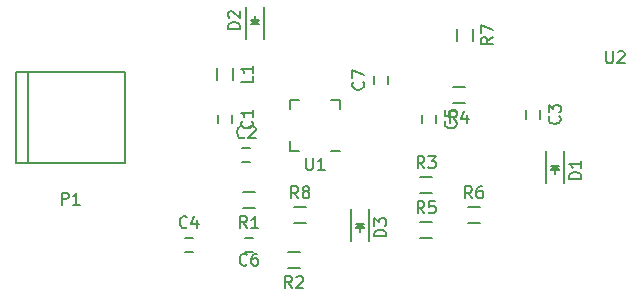
<source format=gto>
G04 #@! TF.FileFunction,Legend,Top*
%FSLAX46Y46*%
G04 Gerber Fmt 4.6, Leading zero omitted, Abs format (unit mm)*
G04 Created by KiCad (PCBNEW 4.0.0-rc1-stable) date 11/29/2015 8:31:11 PM*
%MOMM*%
G01*
G04 APERTURE LIST*
%ADD10C,0.100000*%
%ADD11C,0.150000*%
G04 APERTURE END LIST*
D10*
D11*
X145380000Y-100730000D02*
X145380000Y-101430000D01*
X144180000Y-101430000D02*
X144180000Y-100730000D01*
X146220000Y-103540000D02*
X146920000Y-103540000D01*
X146920000Y-104740000D02*
X146220000Y-104740000D01*
X171426428Y-100335000D02*
X171426428Y-101035000D01*
X170226428Y-101035000D02*
X170226428Y-100335000D01*
X141370000Y-111160000D02*
X142070000Y-111160000D01*
X142070000Y-112360000D02*
X141370000Y-112360000D01*
X162640000Y-100730000D02*
X162640000Y-101430000D01*
X161440000Y-101430000D02*
X161440000Y-100730000D01*
X147150000Y-112360000D02*
X146450000Y-112360000D01*
X146450000Y-111160000D02*
X147150000Y-111160000D01*
X157400000Y-98140000D02*
X157400000Y-97440000D01*
X158600000Y-97440000D02*
X158600000Y-98140000D01*
X171970000Y-103810000D02*
X171970000Y-106510000D01*
X173470000Y-103810000D02*
X173470000Y-106510000D01*
X172570000Y-105310000D02*
X172820000Y-105310000D01*
X172820000Y-105310000D02*
X172670000Y-105160000D01*
X173070000Y-105060000D02*
X172370000Y-105060000D01*
X172720000Y-105410000D02*
X172720000Y-105760000D01*
X172720000Y-105060000D02*
X173070000Y-105410000D01*
X173070000Y-105410000D02*
X172370000Y-105410000D01*
X172370000Y-105410000D02*
X172720000Y-105060000D01*
X148070000Y-94310000D02*
X148070000Y-91610000D01*
X146570000Y-94310000D02*
X146570000Y-91610000D01*
X147470000Y-92810000D02*
X147220000Y-92810000D01*
X147220000Y-92810000D02*
X147370000Y-92960000D01*
X146970000Y-93060000D02*
X147670000Y-93060000D01*
X147320000Y-92710000D02*
X147320000Y-92360000D01*
X147320000Y-93060000D02*
X146970000Y-92710000D01*
X146970000Y-92710000D02*
X147670000Y-92710000D01*
X147670000Y-92710000D02*
X147320000Y-93060000D01*
X155460000Y-108669020D02*
X155460000Y-111369020D01*
X156960000Y-108669020D02*
X156960000Y-111369020D01*
X156060000Y-110169020D02*
X156310000Y-110169020D01*
X156310000Y-110169020D02*
X156160000Y-110019020D01*
X156560000Y-109919020D02*
X155860000Y-109919020D01*
X156210000Y-110269020D02*
X156210000Y-110619020D01*
X156210000Y-109919020D02*
X156560000Y-110269020D01*
X156560000Y-110269020D02*
X155860000Y-110269020D01*
X155860000Y-110269020D02*
X156210000Y-109919020D01*
X144105000Y-97770000D02*
X144105000Y-96770000D01*
X145455000Y-96770000D02*
X145455000Y-97770000D01*
X128089660Y-97119440D02*
X128089660Y-104820720D01*
X127088900Y-97119440D02*
X127088900Y-104820720D01*
X127088900Y-104820720D02*
X136288780Y-104820720D01*
X136288780Y-104820720D02*
X136288780Y-97119440D01*
X136288780Y-97119440D02*
X127088900Y-97119440D01*
X146300000Y-107275000D02*
X147300000Y-107275000D01*
X147300000Y-108625000D02*
X146300000Y-108625000D01*
X150110000Y-112355000D02*
X151110000Y-112355000D01*
X151110000Y-113705000D02*
X150110000Y-113705000D01*
X162310000Y-107355000D02*
X161310000Y-107355000D01*
X161310000Y-106005000D02*
X162310000Y-106005000D01*
X164080000Y-98385000D02*
X165080000Y-98385000D01*
X165080000Y-99735000D02*
X164080000Y-99735000D01*
X162310000Y-111165000D02*
X161310000Y-111165000D01*
X161310000Y-109815000D02*
X162310000Y-109815000D01*
X166350000Y-109895000D02*
X165350000Y-109895000D01*
X165350000Y-108545000D02*
X166350000Y-108545000D01*
X164425000Y-94480000D02*
X164425000Y-93480000D01*
X165775000Y-93480000D02*
X165775000Y-94480000D01*
X151630000Y-109895000D02*
X150630000Y-109895000D01*
X150630000Y-108545000D02*
X151630000Y-108545000D01*
X150250000Y-103750000D02*
X150250000Y-102975000D01*
X154550000Y-99450000D02*
X154550000Y-100225000D01*
X150250000Y-99450000D02*
X150250000Y-100225000D01*
X154550000Y-103750000D02*
X153775000Y-103750000D01*
X154550000Y-99450000D02*
X153775000Y-99450000D01*
X150250000Y-99450000D02*
X151025000Y-99450000D01*
X150250000Y-103750000D02*
X151025000Y-103750000D01*
X147037143Y-101246666D02*
X147084762Y-101294285D01*
X147132381Y-101437142D01*
X147132381Y-101532380D01*
X147084762Y-101675238D01*
X146989524Y-101770476D01*
X146894286Y-101818095D01*
X146703810Y-101865714D01*
X146560952Y-101865714D01*
X146370476Y-101818095D01*
X146275238Y-101770476D01*
X146180000Y-101675238D01*
X146132381Y-101532380D01*
X146132381Y-101437142D01*
X146180000Y-101294285D01*
X146227619Y-101246666D01*
X147132381Y-100294285D02*
X147132381Y-100865714D01*
X147132381Y-100580000D02*
X146132381Y-100580000D01*
X146275238Y-100675238D01*
X146370476Y-100770476D01*
X146418095Y-100865714D01*
X146403334Y-102597143D02*
X146355715Y-102644762D01*
X146212858Y-102692381D01*
X146117620Y-102692381D01*
X145974762Y-102644762D01*
X145879524Y-102549524D01*
X145831905Y-102454286D01*
X145784286Y-102263810D01*
X145784286Y-102120952D01*
X145831905Y-101930476D01*
X145879524Y-101835238D01*
X145974762Y-101740000D01*
X146117620Y-101692381D01*
X146212858Y-101692381D01*
X146355715Y-101740000D01*
X146403334Y-101787619D01*
X146784286Y-101787619D02*
X146831905Y-101740000D01*
X146927143Y-101692381D01*
X147165239Y-101692381D01*
X147260477Y-101740000D01*
X147308096Y-101787619D01*
X147355715Y-101882857D01*
X147355715Y-101978095D01*
X147308096Y-102120952D01*
X146736667Y-102692381D01*
X147355715Y-102692381D01*
X173083571Y-100851666D02*
X173131190Y-100899285D01*
X173178809Y-101042142D01*
X173178809Y-101137380D01*
X173131190Y-101280238D01*
X173035952Y-101375476D01*
X172940714Y-101423095D01*
X172750238Y-101470714D01*
X172607380Y-101470714D01*
X172416904Y-101423095D01*
X172321666Y-101375476D01*
X172226428Y-101280238D01*
X172178809Y-101137380D01*
X172178809Y-101042142D01*
X172226428Y-100899285D01*
X172274047Y-100851666D01*
X172178809Y-100518333D02*
X172178809Y-99899285D01*
X172559761Y-100232619D01*
X172559761Y-100089761D01*
X172607380Y-99994523D01*
X172654999Y-99946904D01*
X172750238Y-99899285D01*
X172988333Y-99899285D01*
X173083571Y-99946904D01*
X173131190Y-99994523D01*
X173178809Y-100089761D01*
X173178809Y-100375476D01*
X173131190Y-100470714D01*
X173083571Y-100518333D01*
X141553334Y-110217143D02*
X141505715Y-110264762D01*
X141362858Y-110312381D01*
X141267620Y-110312381D01*
X141124762Y-110264762D01*
X141029524Y-110169524D01*
X140981905Y-110074286D01*
X140934286Y-109883810D01*
X140934286Y-109740952D01*
X140981905Y-109550476D01*
X141029524Y-109455238D01*
X141124762Y-109360000D01*
X141267620Y-109312381D01*
X141362858Y-109312381D01*
X141505715Y-109360000D01*
X141553334Y-109407619D01*
X142410477Y-109645714D02*
X142410477Y-110312381D01*
X142172381Y-109264762D02*
X141934286Y-109979048D01*
X142553334Y-109979048D01*
X164297143Y-101246666D02*
X164344762Y-101294285D01*
X164392381Y-101437142D01*
X164392381Y-101532380D01*
X164344762Y-101675238D01*
X164249524Y-101770476D01*
X164154286Y-101818095D01*
X163963810Y-101865714D01*
X163820952Y-101865714D01*
X163630476Y-101818095D01*
X163535238Y-101770476D01*
X163440000Y-101675238D01*
X163392381Y-101532380D01*
X163392381Y-101437142D01*
X163440000Y-101294285D01*
X163487619Y-101246666D01*
X163392381Y-100341904D02*
X163392381Y-100818095D01*
X163868571Y-100865714D01*
X163820952Y-100818095D01*
X163773333Y-100722857D01*
X163773333Y-100484761D01*
X163820952Y-100389523D01*
X163868571Y-100341904D01*
X163963810Y-100294285D01*
X164201905Y-100294285D01*
X164297143Y-100341904D01*
X164344762Y-100389523D01*
X164392381Y-100484761D01*
X164392381Y-100722857D01*
X164344762Y-100818095D01*
X164297143Y-100865714D01*
X146633334Y-113387143D02*
X146585715Y-113434762D01*
X146442858Y-113482381D01*
X146347620Y-113482381D01*
X146204762Y-113434762D01*
X146109524Y-113339524D01*
X146061905Y-113244286D01*
X146014286Y-113053810D01*
X146014286Y-112910952D01*
X146061905Y-112720476D01*
X146109524Y-112625238D01*
X146204762Y-112530000D01*
X146347620Y-112482381D01*
X146442858Y-112482381D01*
X146585715Y-112530000D01*
X146633334Y-112577619D01*
X147490477Y-112482381D02*
X147300000Y-112482381D01*
X147204762Y-112530000D01*
X147157143Y-112577619D01*
X147061905Y-112720476D01*
X147014286Y-112910952D01*
X147014286Y-113291905D01*
X147061905Y-113387143D01*
X147109524Y-113434762D01*
X147204762Y-113482381D01*
X147395239Y-113482381D01*
X147490477Y-113434762D01*
X147538096Y-113387143D01*
X147585715Y-113291905D01*
X147585715Y-113053810D01*
X147538096Y-112958571D01*
X147490477Y-112910952D01*
X147395239Y-112863333D01*
X147204762Y-112863333D01*
X147109524Y-112910952D01*
X147061905Y-112958571D01*
X147014286Y-113053810D01*
X156457143Y-97956666D02*
X156504762Y-98004285D01*
X156552381Y-98147142D01*
X156552381Y-98242380D01*
X156504762Y-98385238D01*
X156409524Y-98480476D01*
X156314286Y-98528095D01*
X156123810Y-98575714D01*
X155980952Y-98575714D01*
X155790476Y-98528095D01*
X155695238Y-98480476D01*
X155600000Y-98385238D01*
X155552381Y-98242380D01*
X155552381Y-98147142D01*
X155600000Y-98004285D01*
X155647619Y-97956666D01*
X155552381Y-97623333D02*
X155552381Y-96956666D01*
X156552381Y-97385238D01*
X174922381Y-106148095D02*
X173922381Y-106148095D01*
X173922381Y-105910000D01*
X173970000Y-105767142D01*
X174065238Y-105671904D01*
X174160476Y-105624285D01*
X174350952Y-105576666D01*
X174493810Y-105576666D01*
X174684286Y-105624285D01*
X174779524Y-105671904D01*
X174874762Y-105767142D01*
X174922381Y-105910000D01*
X174922381Y-106148095D01*
X174922381Y-104624285D02*
X174922381Y-105195714D01*
X174922381Y-104910000D02*
X173922381Y-104910000D01*
X174065238Y-105005238D01*
X174160476Y-105100476D01*
X174208095Y-105195714D01*
X146022381Y-93448095D02*
X145022381Y-93448095D01*
X145022381Y-93210000D01*
X145070000Y-93067142D01*
X145165238Y-92971904D01*
X145260476Y-92924285D01*
X145450952Y-92876666D01*
X145593810Y-92876666D01*
X145784286Y-92924285D01*
X145879524Y-92971904D01*
X145974762Y-93067142D01*
X146022381Y-93210000D01*
X146022381Y-93448095D01*
X145117619Y-92495714D02*
X145070000Y-92448095D01*
X145022381Y-92352857D01*
X145022381Y-92114761D01*
X145070000Y-92019523D01*
X145117619Y-91971904D01*
X145212857Y-91924285D01*
X145308095Y-91924285D01*
X145450952Y-91971904D01*
X146022381Y-92543333D01*
X146022381Y-91924285D01*
X158412381Y-111007115D02*
X157412381Y-111007115D01*
X157412381Y-110769020D01*
X157460000Y-110626162D01*
X157555238Y-110530924D01*
X157650476Y-110483305D01*
X157840952Y-110435686D01*
X157983810Y-110435686D01*
X158174286Y-110483305D01*
X158269524Y-110530924D01*
X158364762Y-110626162D01*
X158412381Y-110769020D01*
X158412381Y-111007115D01*
X157412381Y-110102353D02*
X157412381Y-109483305D01*
X157793333Y-109816639D01*
X157793333Y-109673781D01*
X157840952Y-109578543D01*
X157888571Y-109530924D01*
X157983810Y-109483305D01*
X158221905Y-109483305D01*
X158317143Y-109530924D01*
X158364762Y-109578543D01*
X158412381Y-109673781D01*
X158412381Y-109959496D01*
X158364762Y-110054734D01*
X158317143Y-110102353D01*
X147132381Y-97436666D02*
X147132381Y-97912857D01*
X146132381Y-97912857D01*
X147132381Y-96579523D02*
X147132381Y-97150952D01*
X147132381Y-96865238D02*
X146132381Y-96865238D01*
X146275238Y-96960476D01*
X146370476Y-97055714D01*
X146418095Y-97150952D01*
X130950745Y-108323641D02*
X130950745Y-107323641D01*
X131331698Y-107323641D01*
X131426936Y-107371260D01*
X131474555Y-107418879D01*
X131522174Y-107514117D01*
X131522174Y-107656974D01*
X131474555Y-107752212D01*
X131426936Y-107799831D01*
X131331698Y-107847450D01*
X130950745Y-107847450D01*
X132474555Y-108323641D02*
X131903126Y-108323641D01*
X132188840Y-108323641D02*
X132188840Y-107323641D01*
X132093602Y-107466498D01*
X131998364Y-107561736D01*
X131903126Y-107609355D01*
X146633334Y-110302381D02*
X146300000Y-109826190D01*
X146061905Y-110302381D02*
X146061905Y-109302381D01*
X146442858Y-109302381D01*
X146538096Y-109350000D01*
X146585715Y-109397619D01*
X146633334Y-109492857D01*
X146633334Y-109635714D01*
X146585715Y-109730952D01*
X146538096Y-109778571D01*
X146442858Y-109826190D01*
X146061905Y-109826190D01*
X147585715Y-110302381D02*
X147014286Y-110302381D01*
X147300000Y-110302381D02*
X147300000Y-109302381D01*
X147204762Y-109445238D01*
X147109524Y-109540476D01*
X147014286Y-109588095D01*
X150443334Y-115382381D02*
X150110000Y-114906190D01*
X149871905Y-115382381D02*
X149871905Y-114382381D01*
X150252858Y-114382381D01*
X150348096Y-114430000D01*
X150395715Y-114477619D01*
X150443334Y-114572857D01*
X150443334Y-114715714D01*
X150395715Y-114810952D01*
X150348096Y-114858571D01*
X150252858Y-114906190D01*
X149871905Y-114906190D01*
X150824286Y-114477619D02*
X150871905Y-114430000D01*
X150967143Y-114382381D01*
X151205239Y-114382381D01*
X151300477Y-114430000D01*
X151348096Y-114477619D01*
X151395715Y-114572857D01*
X151395715Y-114668095D01*
X151348096Y-114810952D01*
X150776667Y-115382381D01*
X151395715Y-115382381D01*
X161643334Y-105232381D02*
X161310000Y-104756190D01*
X161071905Y-105232381D02*
X161071905Y-104232381D01*
X161452858Y-104232381D01*
X161548096Y-104280000D01*
X161595715Y-104327619D01*
X161643334Y-104422857D01*
X161643334Y-104565714D01*
X161595715Y-104660952D01*
X161548096Y-104708571D01*
X161452858Y-104756190D01*
X161071905Y-104756190D01*
X161976667Y-104232381D02*
X162595715Y-104232381D01*
X162262381Y-104613333D01*
X162405239Y-104613333D01*
X162500477Y-104660952D01*
X162548096Y-104708571D01*
X162595715Y-104803810D01*
X162595715Y-105041905D01*
X162548096Y-105137143D01*
X162500477Y-105184762D01*
X162405239Y-105232381D01*
X162119524Y-105232381D01*
X162024286Y-105184762D01*
X161976667Y-105137143D01*
X164413334Y-101412381D02*
X164080000Y-100936190D01*
X163841905Y-101412381D02*
X163841905Y-100412381D01*
X164222858Y-100412381D01*
X164318096Y-100460000D01*
X164365715Y-100507619D01*
X164413334Y-100602857D01*
X164413334Y-100745714D01*
X164365715Y-100840952D01*
X164318096Y-100888571D01*
X164222858Y-100936190D01*
X163841905Y-100936190D01*
X165270477Y-100745714D02*
X165270477Y-101412381D01*
X165032381Y-100364762D02*
X164794286Y-101079048D01*
X165413334Y-101079048D01*
X161643334Y-109042381D02*
X161310000Y-108566190D01*
X161071905Y-109042381D02*
X161071905Y-108042381D01*
X161452858Y-108042381D01*
X161548096Y-108090000D01*
X161595715Y-108137619D01*
X161643334Y-108232857D01*
X161643334Y-108375714D01*
X161595715Y-108470952D01*
X161548096Y-108518571D01*
X161452858Y-108566190D01*
X161071905Y-108566190D01*
X162548096Y-108042381D02*
X162071905Y-108042381D01*
X162024286Y-108518571D01*
X162071905Y-108470952D01*
X162167143Y-108423333D01*
X162405239Y-108423333D01*
X162500477Y-108470952D01*
X162548096Y-108518571D01*
X162595715Y-108613810D01*
X162595715Y-108851905D01*
X162548096Y-108947143D01*
X162500477Y-108994762D01*
X162405239Y-109042381D01*
X162167143Y-109042381D01*
X162071905Y-108994762D01*
X162024286Y-108947143D01*
X165683334Y-107772381D02*
X165350000Y-107296190D01*
X165111905Y-107772381D02*
X165111905Y-106772381D01*
X165492858Y-106772381D01*
X165588096Y-106820000D01*
X165635715Y-106867619D01*
X165683334Y-106962857D01*
X165683334Y-107105714D01*
X165635715Y-107200952D01*
X165588096Y-107248571D01*
X165492858Y-107296190D01*
X165111905Y-107296190D01*
X166540477Y-106772381D02*
X166350000Y-106772381D01*
X166254762Y-106820000D01*
X166207143Y-106867619D01*
X166111905Y-107010476D01*
X166064286Y-107200952D01*
X166064286Y-107581905D01*
X166111905Y-107677143D01*
X166159524Y-107724762D01*
X166254762Y-107772381D01*
X166445239Y-107772381D01*
X166540477Y-107724762D01*
X166588096Y-107677143D01*
X166635715Y-107581905D01*
X166635715Y-107343810D01*
X166588096Y-107248571D01*
X166540477Y-107200952D01*
X166445239Y-107153333D01*
X166254762Y-107153333D01*
X166159524Y-107200952D01*
X166111905Y-107248571D01*
X166064286Y-107343810D01*
X167452381Y-94146666D02*
X166976190Y-94480000D01*
X167452381Y-94718095D02*
X166452381Y-94718095D01*
X166452381Y-94337142D01*
X166500000Y-94241904D01*
X166547619Y-94194285D01*
X166642857Y-94146666D01*
X166785714Y-94146666D01*
X166880952Y-94194285D01*
X166928571Y-94241904D01*
X166976190Y-94337142D01*
X166976190Y-94718095D01*
X166452381Y-93813333D02*
X166452381Y-93146666D01*
X167452381Y-93575238D01*
X150963334Y-107772381D02*
X150630000Y-107296190D01*
X150391905Y-107772381D02*
X150391905Y-106772381D01*
X150772858Y-106772381D01*
X150868096Y-106820000D01*
X150915715Y-106867619D01*
X150963334Y-106962857D01*
X150963334Y-107105714D01*
X150915715Y-107200952D01*
X150868096Y-107248571D01*
X150772858Y-107296190D01*
X150391905Y-107296190D01*
X151534762Y-107200952D02*
X151439524Y-107153333D01*
X151391905Y-107105714D01*
X151344286Y-107010476D01*
X151344286Y-106962857D01*
X151391905Y-106867619D01*
X151439524Y-106820000D01*
X151534762Y-106772381D01*
X151725239Y-106772381D01*
X151820477Y-106820000D01*
X151868096Y-106867619D01*
X151915715Y-106962857D01*
X151915715Y-107010476D01*
X151868096Y-107105714D01*
X151820477Y-107153333D01*
X151725239Y-107200952D01*
X151534762Y-107200952D01*
X151439524Y-107248571D01*
X151391905Y-107296190D01*
X151344286Y-107391429D01*
X151344286Y-107581905D01*
X151391905Y-107677143D01*
X151439524Y-107724762D01*
X151534762Y-107772381D01*
X151725239Y-107772381D01*
X151820477Y-107724762D01*
X151868096Y-107677143D01*
X151915715Y-107581905D01*
X151915715Y-107391429D01*
X151868096Y-107296190D01*
X151820477Y-107248571D01*
X151725239Y-107200952D01*
X151638095Y-104382381D02*
X151638095Y-105191905D01*
X151685714Y-105287143D01*
X151733333Y-105334762D01*
X151828571Y-105382381D01*
X152019048Y-105382381D01*
X152114286Y-105334762D01*
X152161905Y-105287143D01*
X152209524Y-105191905D01*
X152209524Y-104382381D01*
X153209524Y-105382381D02*
X152638095Y-105382381D01*
X152923809Y-105382381D02*
X152923809Y-104382381D01*
X152828571Y-104525238D01*
X152733333Y-104620476D01*
X152638095Y-104668095D01*
X177038095Y-95337381D02*
X177038095Y-96146905D01*
X177085714Y-96242143D01*
X177133333Y-96289762D01*
X177228571Y-96337381D01*
X177419048Y-96337381D01*
X177514286Y-96289762D01*
X177561905Y-96242143D01*
X177609524Y-96146905D01*
X177609524Y-95337381D01*
X178038095Y-95432619D02*
X178085714Y-95385000D01*
X178180952Y-95337381D01*
X178419048Y-95337381D01*
X178514286Y-95385000D01*
X178561905Y-95432619D01*
X178609524Y-95527857D01*
X178609524Y-95623095D01*
X178561905Y-95765952D01*
X177990476Y-96337381D01*
X178609524Y-96337381D01*
M02*

</source>
